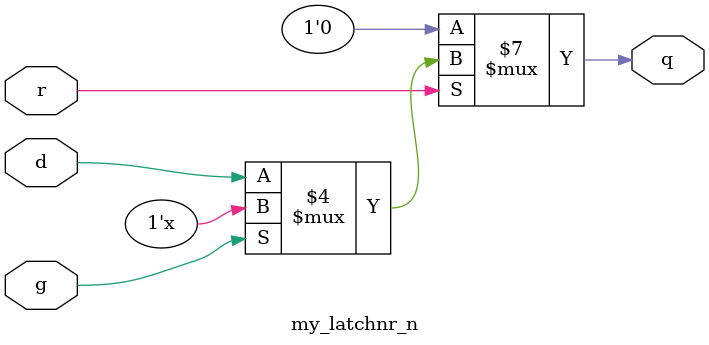
<source format=v>

module my_dff (
    input d,
    clk,
    output reg q
);
  always @(posedge clk) q <= d;
endmodule

module my_dffe (
    input d,
    clk,
    en,
    output reg q
);
  initial begin
    q = 0;
  end
  always @(posedge clk) if (en) q <= d;
endmodule

module my_dffr_p (
    input d,
    clk,
    clr,
    output reg q
);
  always @(posedge clk or posedge clr)
    if (clr) q <= 1'b0;
    else q <= d;
endmodule

module my_dffr_p_2 (
    input d1,
    input d2,
    clk,
    clr,
    output reg q1,
    output reg q2
);
  always @(posedge clk or posedge clr)
    if (clr) begin
      q1 <= 1'b0;
      q2 <= 1'b0;
    end else begin
      q1 <= d1;
      q2 <= d2;
    end
endmodule

module my_dffr_n (
    input d,
    clk,
    clr,
    output reg q
);
  always @(posedge clk or negedge clr)
    if (!clr) q <= 1'b0;
    else q <= d;
endmodule

module my_dffre_p (
    input d,
    clk,
    clr,
    en,
    output reg q
);
  always @(posedge clk or posedge clr)
    if (clr) q <= 1'b0;
    else if (en) q <= d;
endmodule

module my_dffre_n (
    input d,
    clk,
    clr,
    en,
    output reg q
);
  always @(posedge clk or negedge clr)
    if (!clr) q <= 1'b0;
    else if (en) q <= d;
endmodule

module my_dffs_p (
    input d,
    clk,
    pre,
    output reg q
);
  always @(posedge clk or posedge pre)
    if (pre) q <= 1'b1;
    else q <= d;
endmodule

module my_dffs_n (
    input d,
    clk,
    pre,
    output reg q
);
  always @(posedge clk or negedge pre)
    if (!pre) q <= 1'b1;
    else q <= d;
endmodule

module my_dffse_p (
    input d,
    clk,
    pre,
    en,
    output reg q
);
  always @(posedge clk or posedge pre)
    if (pre) q <= 1'b1;
    else if (en) q <= d;
endmodule

module my_dffse_n (
    input d,
    clk,
    pre,
    en,
    output reg q
);
  always @(posedge clk or negedge pre)
    if (!pre) q <= 1'b1;
    else if (en) q <= d;
endmodule

module my_dffn (
    input d,
    clk,
    output reg q
);
  initial q <= 1'b0;
  always @(negedge clk) q <= d;
endmodule

module my_dffnr_p (
    input d,
    clk,
    clr,
    output reg q
);
  initial q <= 1'b0;
  always @(negedge clk or posedge clr)
    if (clr) q <= 1'b0;
    else q <= d;
endmodule

module my_dffnr_n (
    input d,
    clk,
    clr,
    output reg q
);
  initial q <= 1'b0;
  always @(negedge clk or negedge clr)
    if (!clr) q <= 1'b0;
    else q <= d;
endmodule


module my_dffns_p (
    input d,
    clk,
    pre,
    output reg q
);
  initial q <= 1'b0;
  always @(negedge clk or posedge pre)
    if (pre) q <= 1'b1;
    else q <= d;
endmodule

module my_dffns_n (
    input d,
    clk,
    pre,
    output reg q
);
  initial q <= 1'b0;
  always @(negedge clk or negedge pre)
    if (!pre) q <= 1'b1;
    else q <= d;
endmodule

module my_dffsr_ppp (
    input d,
    clk,
    pre,
    clr,
    output reg q
);
  initial q <= 1'b0;
  always @(posedge clk or posedge pre or posedge clr)
    if (pre) q <= 1'b1;
    else if (clr) q <= 1'b0;
    else q <= d;
endmodule

module my_dffsr_pnp (
    input d,
    clk,
    pre,
    clr,
    output reg q
);
  initial q <= 1'b0;
  always @(posedge clk or negedge pre or posedge clr)
    if (!pre) q <= 1'b1;
    else if (clr) q <= 1'b0;
    else q <= d;
endmodule

module my_dffsr_ppn (
    input d,
    clk,
    pre,
    clr,
    output reg q
);
  initial q <= 1'b0;
  always @(posedge clk or posedge pre or negedge clr)
    if (pre) q <= 1'b1;
    else if (!clr) q <= 1'b0;
    else q <= d;
endmodule

module my_dffsr_pnn (
    input d,
    clk,
    pre,
    clr,
    output reg q
);
  initial q <= 1'b0;
  always @(posedge clk or negedge pre or negedge clr)
    if (!pre) q <= 1'b1;
    else if (!clr) q <= 1'b0;
    else q <= d;
endmodule

module my_dffsr_npp (
    input d,
    clk,
    pre,
    clr,
    output reg q
);
  initial q <= 1'b0;
  always @(negedge clk or posedge pre or posedge clr)
    if (pre) q <= 1'b1;
    else if (clr) q <= 1'b0;
    else q <= d;
endmodule

module my_dffsr_nnp (
    input d,
    clk,
    pre,
    clr,
    output reg q
);
  initial q <= 1'b0;
  always @(negedge clk or negedge pre or posedge clr)
    if (!pre) q <= 1'b1;
    else if (clr) q <= 1'b0;
    else q <= d;
endmodule

module my_dffsr_npn (
    input d,
    clk,
    pre,
    clr,
    output reg q
);
  initial q <= 1'b0;
  always @(negedge clk or posedge pre or negedge clr)
    if (pre) q <= 1'b1;
    else if (!clr) q <= 1'b0;
    else q <= d;
endmodule

module my_dffsr_nnn (
    input d,
    clk,
    pre,
    clr,
    output reg q
);
  initial q <= 1'b0;
  always @(negedge clk or negedge pre or negedge clr)
    if (!pre) q <= 1'b1;
    else if (!clr) q <= 1'b0;
    else q <= d;
endmodule

module my_dffsre_ppp (
    input d,
    clk,
    pre,
    clr,
    en,
    output reg q
);
  initial q <= 1'b0;
  always @(posedge clk or posedge pre or posedge clr)
    if (pre) q <= 1'b1;
    else if (clr) q <= 1'b0;
    else if (en) q <= d;
endmodule

module my_dffsre_pnp (
    input d,
    clk,
    pre,
    clr,
    en,
    output reg q
);
  initial q <= 1'b0;
  always @(posedge clk or negedge pre or posedge clr)
    if (!pre) q <= 1'b1;
    else if (clr) q <= 1'b0;
    else if (en) q <= d;
endmodule

module my_dffsre_ppn (
    input d,
    clk,
    pre,
    clr,
    en,
    output reg q
);
  initial q <= 1'b0;
  always @(posedge clk or posedge pre or negedge clr)
    if (pre) q <= 1'b1;
    else if (!clr) q <= 1'b0;
    else if (en) q <= d;
endmodule

module my_dffsre_pnn (
    input d,
    clk,
    pre,
    clr,
    en,
    output reg q
);
  initial q <= 1'b0;
  always @(posedge clk or negedge pre or negedge clr)
    if (!pre) q <= 1'b1;
    else if (!clr) q <= 1'b0;
    else if (en) q <= d;
endmodule

module my_dffsre_npp (
    input d,
    clk,
    pre,
    clr,
    en,
    output reg q
);
  initial q <= 1'b0;
  always @(negedge clk or posedge pre or posedge clr)
    if (pre) q <= 1'b1;
    else if (clr) q <= 1'b0;
    else if (en) q <= d;
endmodule

module my_dffsre_nnp (
    input d,
    clk,
    pre,
    clr,
    en,
    output reg q
);
  initial q <= 1'b0;
  always @(negedge clk or negedge pre or posedge clr)
    if (!pre) q <= 1'b1;
    else if (clr) q <= 1'b0;
    else if (en) q <= d;
endmodule

module my_dffsre_npn (
    input d,
    clk,
    pre,
    clr,
    en,
    output reg q
);
  initial q <= 1'b0;
  always @(negedge clk or posedge pre or negedge clr)
    if (pre) q <= 1'b1;
    else if (!clr) q <= 1'b0;
    else if (en) q <= d;
endmodule

module my_dffsre_nnn (
    input d,
    clk,
    pre,
    clr,
    en,
    output reg q
);
  initial q <= 1'b0;
  always @(negedge clk or negedge pre or negedge clr)
    if (!pre) q <= 1'b1;
    else if (!clr) q <= 1'b0;
    else if (en) q <= d;
endmodule

module my_sdffr_n (
    input d,
    clk,
    clr,
    output reg q
);
  initial q <= 0;
  always @(posedge clk)
    if (!clr) q <= 1'b0;
    else q <= d;
endmodule

module my_sdffs_n (
    input d,
    clk,
    pre,
    output reg q
);
  initial q <= 0;
  always @(posedge clk)
    if (!pre) q <= 1'b1;
    else q <= d;
endmodule

module my_sdffnr_n (
    input d,
    clk,
    clr,
    output reg q
);
  initial q <= 0;
  always @(negedge clk)
    if (!clr) q <= 1'b0;
    else q <= d;
endmodule

module my_sdffns_n(
    input d,
    clk,
    pre,
    output reg q
);
  initial q <= 0;
  always @(negedge clk)
    if (!pre) q <= 1'b1;
    else q <= d;
endmodule

module my_sdffr_p (
    input d,
    clk,
    clr,
    output reg q
);
  initial q <= 0;
  always @(posedge clk)
    if (clr) q <= 1'b0;
    else q <= d;
endmodule

module my_sdffs_p (
    input d,
    clk,
    pre,
    output reg q
);
  initial q <= 0;
  always @(posedge clk)
    if (pre) q <= 1'b1;
    else q <= d;
endmodule

module my_sdffnr_p (
    input d,
    clk,
    clr,
    output reg q
);
  initial q <= 0;
  always @(negedge clk)
    if (clr) q <= 1'b0;
    else q <= d;
endmodule

module my_sdffns_p (
    input d,
    clk,
    pre,
    output reg q
);
  initial q <= 0;
  always @(negedge clk)
    if (pre) q <= 1'b1;
    else q <= d;
endmodule


module my_latch (
    input  wire d, g,
    output reg  q
);
    always @(*)
        if (g) q <= d;
endmodule

module my_latchn (
    input  wire d, g,
    output reg  q
);
    always @(*)
        if (!g) q <= d;
endmodule


module my_latchs_p (
    input  wire d, g, s,
    output reg  q
);
    always @(*)
        if (s)
            q <= 1'b1;
        else if (g)
            q <= d;
endmodule

module my_latchs_n (
    input  wire d, g, s,
    output reg  q
);
    always @(*)
        if (!s)
            q <= 1'b1;
        else if (g)
            q <= d;
endmodule

module my_latchr_p (
    input  wire d, g, r,
    output reg  q
);
    always @(*)
        if (r)
            q <= 1'b0;
        else if (g)
            q <= d;
endmodule

module my_latchr_n (
    input  wire d, g, r,
    output reg  q
);
    always @(*)
        if (!r)
            q <= 1'b0;
        else if (g)
            q <= d;
endmodule


module my_latchns_p (
    input  wire d, g, s,
    output reg  q
);
    always @(*)
        if (s)
            q <= 1'b1;
        else if (!g)
            q <= d;
endmodule

module my_latchns_n (
    input  wire d, g, s,
    output reg  q
);
    always @(*)
        if (!s)
            q <= 1'b1;
        else if (!g)
            q <= d;
endmodule

module my_latchnr_p (
    input  wire d, g, r,
    output reg  q
);
    always @(*)
        if (r)
            q <= 1'b0;
        else if (!g)
            q <= d;
endmodule

module my_latchnr_n (
    input  wire d, g, r,
    output reg  q
);
    always @(*)
        if (!r)
            q <= 1'b0;
        else if (!g)
            q <= d;
endmodule


</source>
